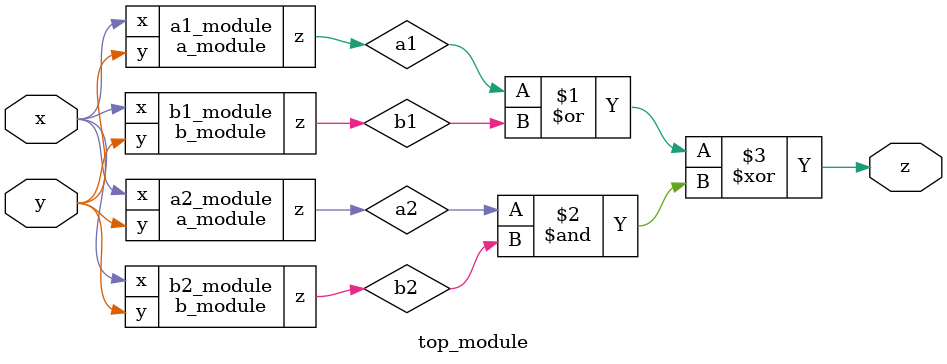
<source format=sv>
module a_module(
	input x,
	input y,
	output z);

	assign z = (x ^ y) & x;
	
endmodule
module b_module(
	input x,
	input y,
	output z);
	
	initial
		begin
			#0 x=0; y=0; z=1;
			#5 x=0; y=0; z=1;
			#10 x=0; y=0; z=1;
			#15 x=0; y=0; z=1;
			#20 x=0; y=0; z=1;
			#25 x=1; y=0; z=0;
			#30 x=1; y=0; z=0;
			#35 x=0; y=1; z=0;
			#40 x=0; y=1; z=0;
			#45 x=1; y=1; z=1;
			#50 x=1; y=1; z=1;
			#55 x=0; y=0; z=1;
			#60 x=0; y=1; z=0;
			#65 x=0; y=1; z=0;
			#70 x=1; y=1; z=1;
			#75 x=0; y=1; z=0;
			#80 x=0; y=1; z=0;
			#85 x=0; y=1; z=0;
			#90 x=1; y=0; z=0;
		end
	
endmodule
module top_module(
	input x,
	input y,
	output z);
	
	wire a1, a2, b1, b2;
	
	a_module a1_module(
		.x(x),
		.y(y),
		.z(a1)
	);
	
	b_module b1_module(
		.x(x),
		.y(y),
		.z(b1)
	);
	
	a_module a2_module(
		.x(x),
		.y(y),
		.z(a2)
	);
	
	b_module b2_module(
		.x(x),
		.y(y),
		.z(b2)
	);
	
	assign z = (a1 | b1) ^ (a2 & b2);
	
endmodule

</source>
